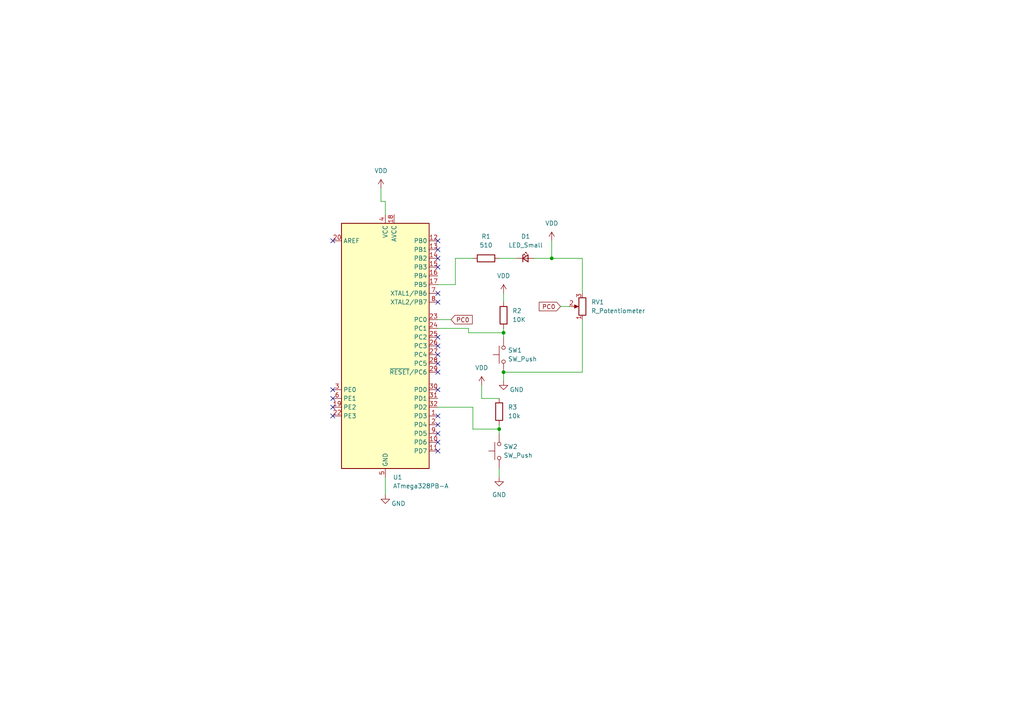
<source format=kicad_sch>
(kicad_sch (version 20230121) (generator eeschema)

  (uuid 452e1183-0b5d-48e8-b3d6-2a108b1703ea)

  (paper "A4")

  (lib_symbols
    (symbol "Device:LED_Small" (pin_numbers hide) (pin_names (offset 0.254) hide) (in_bom yes) (on_board yes)
      (property "Reference" "D" (at -1.27 3.175 0)
        (effects (font (size 1.27 1.27)) (justify left))
      )
      (property "Value" "LED_Small" (at -4.445 -2.54 0)
        (effects (font (size 1.27 1.27)) (justify left))
      )
      (property "Footprint" "" (at 0 0 90)
        (effects (font (size 1.27 1.27)) hide)
      )
      (property "Datasheet" "~" (at 0 0 90)
        (effects (font (size 1.27 1.27)) hide)
      )
      (property "ki_keywords" "LED diode light-emitting-diode" (at 0 0 0)
        (effects (font (size 1.27 1.27)) hide)
      )
      (property "ki_description" "Light emitting diode, small symbol" (at 0 0 0)
        (effects (font (size 1.27 1.27)) hide)
      )
      (property "ki_fp_filters" "LED* LED_SMD:* LED_THT:*" (at 0 0 0)
        (effects (font (size 1.27 1.27)) hide)
      )
      (symbol "LED_Small_0_1"
        (polyline
          (pts
            (xy -0.762 -1.016)
            (xy -0.762 1.016)
          )
          (stroke (width 0.254) (type default))
          (fill (type none))
        )
        (polyline
          (pts
            (xy 1.016 0)
            (xy -0.762 0)
          )
          (stroke (width 0) (type default))
          (fill (type none))
        )
        (polyline
          (pts
            (xy 0.762 -1.016)
            (xy -0.762 0)
            (xy 0.762 1.016)
            (xy 0.762 -1.016)
          )
          (stroke (width 0.254) (type default))
          (fill (type none))
        )
        (polyline
          (pts
            (xy 0 0.762)
            (xy -0.508 1.27)
            (xy -0.254 1.27)
            (xy -0.508 1.27)
            (xy -0.508 1.016)
          )
          (stroke (width 0) (type default))
          (fill (type none))
        )
        (polyline
          (pts
            (xy 0.508 1.27)
            (xy 0 1.778)
            (xy 0.254 1.778)
            (xy 0 1.778)
            (xy 0 1.524)
          )
          (stroke (width 0) (type default))
          (fill (type none))
        )
      )
      (symbol "LED_Small_1_1"
        (pin passive line (at -2.54 0 0) (length 1.778)
          (name "K" (effects (font (size 1.27 1.27))))
          (number "1" (effects (font (size 1.27 1.27))))
        )
        (pin passive line (at 2.54 0 180) (length 1.778)
          (name "A" (effects (font (size 1.27 1.27))))
          (number "2" (effects (font (size 1.27 1.27))))
        )
      )
    )
    (symbol "Device:R" (pin_numbers hide) (pin_names (offset 0)) (in_bom yes) (on_board yes)
      (property "Reference" "R" (at 2.032 0 90)
        (effects (font (size 1.27 1.27)))
      )
      (property "Value" "R" (at 0 0 90)
        (effects (font (size 1.27 1.27)))
      )
      (property "Footprint" "" (at -1.778 0 90)
        (effects (font (size 1.27 1.27)) hide)
      )
      (property "Datasheet" "~" (at 0 0 0)
        (effects (font (size 1.27 1.27)) hide)
      )
      (property "ki_keywords" "R res resistor" (at 0 0 0)
        (effects (font (size 1.27 1.27)) hide)
      )
      (property "ki_description" "Resistor" (at 0 0 0)
        (effects (font (size 1.27 1.27)) hide)
      )
      (property "ki_fp_filters" "R_*" (at 0 0 0)
        (effects (font (size 1.27 1.27)) hide)
      )
      (symbol "R_0_1"
        (rectangle (start -1.016 -2.54) (end 1.016 2.54)
          (stroke (width 0.254) (type default))
          (fill (type none))
        )
      )
      (symbol "R_1_1"
        (pin passive line (at 0 3.81 270) (length 1.27)
          (name "~" (effects (font (size 1.27 1.27))))
          (number "1" (effects (font (size 1.27 1.27))))
        )
        (pin passive line (at 0 -3.81 90) (length 1.27)
          (name "~" (effects (font (size 1.27 1.27))))
          (number "2" (effects (font (size 1.27 1.27))))
        )
      )
    )
    (symbol "Device:R_Potentiometer" (pin_names (offset 1.016) hide) (in_bom yes) (on_board yes)
      (property "Reference" "RV" (at -4.445 0 90)
        (effects (font (size 1.27 1.27)))
      )
      (property "Value" "R_Potentiometer" (at -2.54 0 90)
        (effects (font (size 1.27 1.27)))
      )
      (property "Footprint" "" (at 0 0 0)
        (effects (font (size 1.27 1.27)) hide)
      )
      (property "Datasheet" "~" (at 0 0 0)
        (effects (font (size 1.27 1.27)) hide)
      )
      (property "ki_keywords" "resistor variable" (at 0 0 0)
        (effects (font (size 1.27 1.27)) hide)
      )
      (property "ki_description" "Potentiometer" (at 0 0 0)
        (effects (font (size 1.27 1.27)) hide)
      )
      (property "ki_fp_filters" "Potentiometer*" (at 0 0 0)
        (effects (font (size 1.27 1.27)) hide)
      )
      (symbol "R_Potentiometer_0_1"
        (polyline
          (pts
            (xy 2.54 0)
            (xy 1.524 0)
          )
          (stroke (width 0) (type default))
          (fill (type none))
        )
        (polyline
          (pts
            (xy 1.143 0)
            (xy 2.286 0.508)
            (xy 2.286 -0.508)
            (xy 1.143 0)
          )
          (stroke (width 0) (type default))
          (fill (type outline))
        )
        (rectangle (start 1.016 2.54) (end -1.016 -2.54)
          (stroke (width 0.254) (type default))
          (fill (type none))
        )
      )
      (symbol "R_Potentiometer_1_1"
        (pin passive line (at 0 3.81 270) (length 1.27)
          (name "1" (effects (font (size 1.27 1.27))))
          (number "1" (effects (font (size 1.27 1.27))))
        )
        (pin passive line (at 3.81 0 180) (length 1.27)
          (name "2" (effects (font (size 1.27 1.27))))
          (number "2" (effects (font (size 1.27 1.27))))
        )
        (pin passive line (at 0 -3.81 90) (length 1.27)
          (name "3" (effects (font (size 1.27 1.27))))
          (number "3" (effects (font (size 1.27 1.27))))
        )
      )
    )
    (symbol "MCU_Microchip_ATmega:ATmega328PB-A" (in_bom yes) (on_board yes)
      (property "Reference" "U" (at -12.7 36.83 0)
        (effects (font (size 1.27 1.27)) (justify left bottom))
      )
      (property "Value" "ATmega328PB-A" (at 2.54 -36.83 0)
        (effects (font (size 1.27 1.27)) (justify left top))
      )
      (property "Footprint" "Package_QFP:TQFP-32_7x7mm_P0.8mm" (at 0 0 0)
        (effects (font (size 1.27 1.27) italic) hide)
      )
      (property "Datasheet" "http://ww1.microchip.com/downloads/en/DeviceDoc/40001906C.pdf" (at 0 0 0)
        (effects (font (size 1.27 1.27)) hide)
      )
      (property "ki_keywords" "AVR 8bit Microcontroller MegaAVR" (at 0 0 0)
        (effects (font (size 1.27 1.27)) hide)
      )
      (property "ki_description" "20MHz, 32kB Flash, 2kB SRAM, 1kB EEPROM, TQFP-32" (at 0 0 0)
        (effects (font (size 1.27 1.27)) hide)
      )
      (property "ki_fp_filters" "TQFP*7x7mm*P0.8mm*" (at 0 0 0)
        (effects (font (size 1.27 1.27)) hide)
      )
      (symbol "ATmega328PB-A_0_1"
        (rectangle (start -12.7 -35.56) (end 12.7 35.56)
          (stroke (width 0.254) (type default))
          (fill (type background))
        )
      )
      (symbol "ATmega328PB-A_1_1"
        (pin bidirectional line (at 15.24 -20.32 180) (length 2.54)
          (name "PD3" (effects (font (size 1.27 1.27))))
          (number "1" (effects (font (size 1.27 1.27))))
        )
        (pin bidirectional line (at 15.24 -27.94 180) (length 2.54)
          (name "PD6" (effects (font (size 1.27 1.27))))
          (number "10" (effects (font (size 1.27 1.27))))
        )
        (pin bidirectional line (at 15.24 -30.48 180) (length 2.54)
          (name "PD7" (effects (font (size 1.27 1.27))))
          (number "11" (effects (font (size 1.27 1.27))))
        )
        (pin bidirectional line (at 15.24 30.48 180) (length 2.54)
          (name "PB0" (effects (font (size 1.27 1.27))))
          (number "12" (effects (font (size 1.27 1.27))))
        )
        (pin bidirectional line (at 15.24 27.94 180) (length 2.54)
          (name "PB1" (effects (font (size 1.27 1.27))))
          (number "13" (effects (font (size 1.27 1.27))))
        )
        (pin bidirectional line (at 15.24 25.4 180) (length 2.54)
          (name "PB2" (effects (font (size 1.27 1.27))))
          (number "14" (effects (font (size 1.27 1.27))))
        )
        (pin bidirectional line (at 15.24 22.86 180) (length 2.54)
          (name "PB3" (effects (font (size 1.27 1.27))))
          (number "15" (effects (font (size 1.27 1.27))))
        )
        (pin bidirectional line (at 15.24 20.32 180) (length 2.54)
          (name "PB4" (effects (font (size 1.27 1.27))))
          (number "16" (effects (font (size 1.27 1.27))))
        )
        (pin bidirectional line (at 15.24 17.78 180) (length 2.54)
          (name "PB5" (effects (font (size 1.27 1.27))))
          (number "17" (effects (font (size 1.27 1.27))))
        )
        (pin power_in line (at 2.54 38.1 270) (length 2.54)
          (name "AVCC" (effects (font (size 1.27 1.27))))
          (number "18" (effects (font (size 1.27 1.27))))
        )
        (pin bidirectional line (at -15.24 -17.78 0) (length 2.54)
          (name "PE2" (effects (font (size 1.27 1.27))))
          (number "19" (effects (font (size 1.27 1.27))))
        )
        (pin bidirectional line (at 15.24 -22.86 180) (length 2.54)
          (name "PD4" (effects (font (size 1.27 1.27))))
          (number "2" (effects (font (size 1.27 1.27))))
        )
        (pin passive line (at -15.24 30.48 0) (length 2.54)
          (name "AREF" (effects (font (size 1.27 1.27))))
          (number "20" (effects (font (size 1.27 1.27))))
        )
        (pin passive line (at 0 -38.1 90) (length 2.54) hide
          (name "GND" (effects (font (size 1.27 1.27))))
          (number "21" (effects (font (size 1.27 1.27))))
        )
        (pin bidirectional line (at -15.24 -20.32 0) (length 2.54)
          (name "PE3" (effects (font (size 1.27 1.27))))
          (number "22" (effects (font (size 1.27 1.27))))
        )
        (pin bidirectional line (at 15.24 7.62 180) (length 2.54)
          (name "PC0" (effects (font (size 1.27 1.27))))
          (number "23" (effects (font (size 1.27 1.27))))
        )
        (pin bidirectional line (at 15.24 5.08 180) (length 2.54)
          (name "PC1" (effects (font (size 1.27 1.27))))
          (number "24" (effects (font (size 1.27 1.27))))
        )
        (pin bidirectional line (at 15.24 2.54 180) (length 2.54)
          (name "PC2" (effects (font (size 1.27 1.27))))
          (number "25" (effects (font (size 1.27 1.27))))
        )
        (pin bidirectional line (at 15.24 0 180) (length 2.54)
          (name "PC3" (effects (font (size 1.27 1.27))))
          (number "26" (effects (font (size 1.27 1.27))))
        )
        (pin bidirectional line (at 15.24 -2.54 180) (length 2.54)
          (name "PC4" (effects (font (size 1.27 1.27))))
          (number "27" (effects (font (size 1.27 1.27))))
        )
        (pin bidirectional line (at 15.24 -5.08 180) (length 2.54)
          (name "PC5" (effects (font (size 1.27 1.27))))
          (number "28" (effects (font (size 1.27 1.27))))
        )
        (pin bidirectional line (at 15.24 -7.62 180) (length 2.54)
          (name "~{RESET}/PC6" (effects (font (size 1.27 1.27))))
          (number "29" (effects (font (size 1.27 1.27))))
        )
        (pin bidirectional line (at -15.24 -12.7 0) (length 2.54)
          (name "PE0" (effects (font (size 1.27 1.27))))
          (number "3" (effects (font (size 1.27 1.27))))
        )
        (pin bidirectional line (at 15.24 -12.7 180) (length 2.54)
          (name "PD0" (effects (font (size 1.27 1.27))))
          (number "30" (effects (font (size 1.27 1.27))))
        )
        (pin bidirectional line (at 15.24 -15.24 180) (length 2.54)
          (name "PD1" (effects (font (size 1.27 1.27))))
          (number "31" (effects (font (size 1.27 1.27))))
        )
        (pin bidirectional line (at 15.24 -17.78 180) (length 2.54)
          (name "PD2" (effects (font (size 1.27 1.27))))
          (number "32" (effects (font (size 1.27 1.27))))
        )
        (pin power_in line (at 0 38.1 270) (length 2.54)
          (name "VCC" (effects (font (size 1.27 1.27))))
          (number "4" (effects (font (size 1.27 1.27))))
        )
        (pin power_in line (at 0 -38.1 90) (length 2.54)
          (name "GND" (effects (font (size 1.27 1.27))))
          (number "5" (effects (font (size 1.27 1.27))))
        )
        (pin bidirectional line (at -15.24 -15.24 0) (length 2.54)
          (name "PE1" (effects (font (size 1.27 1.27))))
          (number "6" (effects (font (size 1.27 1.27))))
        )
        (pin bidirectional line (at 15.24 15.24 180) (length 2.54)
          (name "XTAL1/PB6" (effects (font (size 1.27 1.27))))
          (number "7" (effects (font (size 1.27 1.27))))
        )
        (pin bidirectional line (at 15.24 12.7 180) (length 2.54)
          (name "XTAL2/PB7" (effects (font (size 1.27 1.27))))
          (number "8" (effects (font (size 1.27 1.27))))
        )
        (pin bidirectional line (at 15.24 -25.4 180) (length 2.54)
          (name "PD5" (effects (font (size 1.27 1.27))))
          (number "9" (effects (font (size 1.27 1.27))))
        )
      )
    )
    (symbol "Switch:SW_Push" (pin_numbers hide) (pin_names (offset 1.016) hide) (in_bom yes) (on_board yes)
      (property "Reference" "SW" (at 1.27 2.54 0)
        (effects (font (size 1.27 1.27)) (justify left))
      )
      (property "Value" "SW_Push" (at 0 -1.524 0)
        (effects (font (size 1.27 1.27)))
      )
      (property "Footprint" "" (at 0 5.08 0)
        (effects (font (size 1.27 1.27)) hide)
      )
      (property "Datasheet" "~" (at 0 5.08 0)
        (effects (font (size 1.27 1.27)) hide)
      )
      (property "ki_keywords" "switch normally-open pushbutton push-button" (at 0 0 0)
        (effects (font (size 1.27 1.27)) hide)
      )
      (property "ki_description" "Push button switch, generic, two pins" (at 0 0 0)
        (effects (font (size 1.27 1.27)) hide)
      )
      (symbol "SW_Push_0_1"
        (circle (center -2.032 0) (radius 0.508)
          (stroke (width 0) (type default))
          (fill (type none))
        )
        (polyline
          (pts
            (xy 0 1.27)
            (xy 0 3.048)
          )
          (stroke (width 0) (type default))
          (fill (type none))
        )
        (polyline
          (pts
            (xy 2.54 1.27)
            (xy -2.54 1.27)
          )
          (stroke (width 0) (type default))
          (fill (type none))
        )
        (circle (center 2.032 0) (radius 0.508)
          (stroke (width 0) (type default))
          (fill (type none))
        )
        (pin passive line (at -5.08 0 0) (length 2.54)
          (name "1" (effects (font (size 1.27 1.27))))
          (number "1" (effects (font (size 1.27 1.27))))
        )
        (pin passive line (at 5.08 0 180) (length 2.54)
          (name "2" (effects (font (size 1.27 1.27))))
          (number "2" (effects (font (size 1.27 1.27))))
        )
      )
    )
    (symbol "power:GND" (power) (pin_names (offset 0)) (in_bom yes) (on_board yes)
      (property "Reference" "#PWR" (at 0 -6.35 0)
        (effects (font (size 1.27 1.27)) hide)
      )
      (property "Value" "GND" (at 0 -3.81 0)
        (effects (font (size 1.27 1.27)))
      )
      (property "Footprint" "" (at 0 0 0)
        (effects (font (size 1.27 1.27)) hide)
      )
      (property "Datasheet" "" (at 0 0 0)
        (effects (font (size 1.27 1.27)) hide)
      )
      (property "ki_keywords" "global power" (at 0 0 0)
        (effects (font (size 1.27 1.27)) hide)
      )
      (property "ki_description" "Power symbol creates a global label with name \"GND\" , ground" (at 0 0 0)
        (effects (font (size 1.27 1.27)) hide)
      )
      (symbol "GND_0_1"
        (polyline
          (pts
            (xy 0 0)
            (xy 0 -1.27)
            (xy 1.27 -1.27)
            (xy 0 -2.54)
            (xy -1.27 -1.27)
            (xy 0 -1.27)
          )
          (stroke (width 0) (type default))
          (fill (type none))
        )
      )
      (symbol "GND_1_1"
        (pin power_in line (at 0 0 270) (length 0) hide
          (name "GND" (effects (font (size 1.27 1.27))))
          (number "1" (effects (font (size 1.27 1.27))))
        )
      )
    )
    (symbol "power:VDD" (power) (pin_names (offset 0)) (in_bom yes) (on_board yes)
      (property "Reference" "#PWR" (at 0 -3.81 0)
        (effects (font (size 1.27 1.27)) hide)
      )
      (property "Value" "VDD" (at 0 3.81 0)
        (effects (font (size 1.27 1.27)))
      )
      (property "Footprint" "" (at 0 0 0)
        (effects (font (size 1.27 1.27)) hide)
      )
      (property "Datasheet" "" (at 0 0 0)
        (effects (font (size 1.27 1.27)) hide)
      )
      (property "ki_keywords" "global power" (at 0 0 0)
        (effects (font (size 1.27 1.27)) hide)
      )
      (property "ki_description" "Power symbol creates a global label with name \"VDD\"" (at 0 0 0)
        (effects (font (size 1.27 1.27)) hide)
      )
      (symbol "VDD_0_1"
        (polyline
          (pts
            (xy -0.762 1.27)
            (xy 0 2.54)
          )
          (stroke (width 0) (type default))
          (fill (type none))
        )
        (polyline
          (pts
            (xy 0 0)
            (xy 0 2.54)
          )
          (stroke (width 0) (type default))
          (fill (type none))
        )
        (polyline
          (pts
            (xy 0 2.54)
            (xy 0.762 1.27)
          )
          (stroke (width 0) (type default))
          (fill (type none))
        )
      )
      (symbol "VDD_1_1"
        (pin power_in line (at 0 0 90) (length 0) hide
          (name "VDD" (effects (font (size 1.27 1.27))))
          (number "1" (effects (font (size 1.27 1.27))))
        )
      )
    )
  )

  (junction (at 146.05 107.95) (diameter 0) (color 0 0 0 0)
    (uuid 7edf8fc7-5115-4e60-9dc4-3d109eedeb92)
  )
  (junction (at 160.02 74.93) (diameter 0) (color 0 0 0 0)
    (uuid c53e4fd0-e6e3-4e8e-ad8a-7c26a088d806)
  )
  (junction (at 144.78 124.46) (diameter 0) (color 0 0 0 0)
    (uuid e3762919-6cf5-4282-b062-47064cbf5b6f)
  )
  (junction (at 146.05 96.52) (diameter 0) (color 0 0 0 0)
    (uuid ffd2e0ca-fa8b-4348-8556-2ecf7be84600)
  )

  (no_connect (at 96.52 69.85) (uuid 00efca00-6f68-4199-861a-160cd99e2cd6))
  (no_connect (at 127 87.63) (uuid 03a71a6c-8a87-474c-b8a4-ab6495f4a8c3))
  (no_connect (at 127 120.65) (uuid 0ce6dff0-2df3-4118-9898-156c811151ea))
  (no_connect (at 127 102.87) (uuid 0e4fbe4e-758f-49b8-8af8-a8a02108553a))
  (no_connect (at 127 105.41) (uuid 109008ee-e3af-4f98-b8fb-c6247454762c))
  (no_connect (at 127 125.73) (uuid 16131398-aa30-459e-b342-4d35d96cf81d))
  (no_connect (at 127 85.09) (uuid 47a83a53-86b8-45a4-8423-f2247b900746))
  (no_connect (at 127 107.95) (uuid 4e132667-2802-48fa-b9da-50685b86bbdf))
  (no_connect (at 127 74.93) (uuid 4e3a8d1b-9f1d-432e-917c-5277ff6a71a2))
  (no_connect (at 127 123.19) (uuid 608549de-1e09-48ed-8f50-1fb5cab5b65f))
  (no_connect (at 127 77.47) (uuid 615b3a87-d8fb-4e5b-8d03-a325e17bf86f))
  (no_connect (at 127 113.03) (uuid 7eca6f5b-561e-4d85-9176-95bcfde5c14b))
  (no_connect (at 96.52 113.03) (uuid 8bdf4e94-215c-4d72-a68b-522a946a9fa4))
  (no_connect (at 127 130.81) (uuid 90601db7-083c-4249-98da-ac6d795da418))
  (no_connect (at 127 128.27) (uuid a824e7db-fe0f-430f-b800-24530aa71469))
  (no_connect (at 96.52 120.65) (uuid c7770f16-ad84-463e-8e28-5b18629c062b))
  (no_connect (at 127 72.39) (uuid c8d1bf4d-5f2b-4b0a-a538-f0054cd85aa0))
  (no_connect (at 127 100.33) (uuid ce6c16ac-bcac-4331-9666-2edc94693c6d))
  (no_connect (at 127 97.79) (uuid ceff31b1-6a65-4064-a63b-84d5524013d1))
  (no_connect (at 96.52 115.57) (uuid d3527635-2ebe-4fb4-800c-b30f153794a1))
  (no_connect (at 127 69.85) (uuid fb0946db-a6a3-4eb4-be28-61cf43ecd055))
  (no_connect (at 96.52 118.11) (uuid fcbefd87-71b2-4d26-b4c1-1fcff002d1f2))

  (wire (pts (xy 127 118.11) (xy 137.16 118.11))
    (stroke (width 0) (type default))
    (uuid 0f09c796-b457-41d6-a8a2-7480991a3beb)
  )
  (wire (pts (xy 154.94 74.93) (xy 160.02 74.93))
    (stroke (width 0) (type default))
    (uuid 25f25d6a-abf9-4488-9f79-aaf4e385178c)
  )
  (wire (pts (xy 168.91 92.71) (xy 168.91 107.95))
    (stroke (width 0) (type default))
    (uuid 26858dd1-3179-4c74-98dc-ddc2fdfd4178)
  )
  (wire (pts (xy 146.05 96.52) (xy 146.05 97.79))
    (stroke (width 0) (type default))
    (uuid 2d48b31d-69b9-4713-b360-62f19be2af34)
  )
  (wire (pts (xy 146.05 85.09) (xy 146.05 87.63))
    (stroke (width 0) (type default))
    (uuid 47f824ef-ab5c-480d-9d39-e4507942c450)
  )
  (wire (pts (xy 144.78 74.93) (xy 149.86 74.93))
    (stroke (width 0) (type default))
    (uuid 5180ba60-1897-4dfe-9e51-4019fba315e3)
  )
  (wire (pts (xy 168.91 107.95) (xy 146.05 107.95))
    (stroke (width 0) (type default))
    (uuid 676b019f-4ee0-43ff-8b95-3eab469b080d)
  )
  (wire (pts (xy 137.16 124.46) (xy 144.78 124.46))
    (stroke (width 0) (type default))
    (uuid 6dbc224b-e517-4455-805a-d41cddf93591)
  )
  (wire (pts (xy 127 82.55) (xy 132.08 82.55))
    (stroke (width 0) (type default))
    (uuid 7001094a-4382-433e-b653-e674f58b05f7)
  )
  (wire (pts (xy 135.89 96.52) (xy 146.05 96.52))
    (stroke (width 0) (type default))
    (uuid 7a7219f7-55b5-4801-8e18-4dc531363c5d)
  )
  (wire (pts (xy 132.08 74.93) (xy 137.16 74.93))
    (stroke (width 0) (type default))
    (uuid 894515b7-da7f-4df4-9b67-bb8ed8979393)
  )
  (wire (pts (xy 137.16 118.11) (xy 137.16 124.46))
    (stroke (width 0) (type default))
    (uuid 93c244b8-d61c-4e7f-bad0-aa88fea8f6e8)
  )
  (wire (pts (xy 110.49 58.42) (xy 111.76 58.42))
    (stroke (width 0) (type default))
    (uuid 97644c78-02ed-4852-93eb-89989f65802d)
  )
  (wire (pts (xy 160.02 74.93) (xy 160.02 69.85))
    (stroke (width 0) (type default))
    (uuid 9b9fe56b-cf20-4964-a71f-07a3e40ff548)
  )
  (wire (pts (xy 111.76 58.42) (xy 111.76 62.23))
    (stroke (width 0) (type default))
    (uuid a0b327a6-200a-4000-b3b1-9898c65bde99)
  )
  (wire (pts (xy 144.78 123.19) (xy 144.78 124.46))
    (stroke (width 0) (type default))
    (uuid a2346cc7-5225-4be9-a54f-3536237950a8)
  )
  (wire (pts (xy 127 95.25) (xy 135.89 95.25))
    (stroke (width 0) (type default))
    (uuid b19395e8-6756-4de9-bd73-f9cd31dc3875)
  )
  (wire (pts (xy 110.49 54.61) (xy 110.49 58.42))
    (stroke (width 0) (type default))
    (uuid b268e360-e2ac-48db-aa57-0eefb2bfc019)
  )
  (wire (pts (xy 162.56 88.9) (xy 165.1 88.9))
    (stroke (width 0) (type default))
    (uuid b4b0fe9f-1bfa-472d-a23e-9c93659e20c8)
  )
  (wire (pts (xy 135.89 95.25) (xy 135.89 96.52))
    (stroke (width 0) (type default))
    (uuid b593e314-b214-4a0f-8cf3-bd083cd4876a)
  )
  (wire (pts (xy 146.05 107.95) (xy 146.05 110.49))
    (stroke (width 0) (type default))
    (uuid b5e96f63-af55-40c6-a077-b935d634e004)
  )
  (wire (pts (xy 146.05 95.25) (xy 146.05 96.52))
    (stroke (width 0) (type default))
    (uuid b5eddb82-23cf-4b33-a207-a00cf4953796)
  )
  (wire (pts (xy 111.76 138.43) (xy 111.76 143.51))
    (stroke (width 0) (type default))
    (uuid c093c0a7-61b2-4542-a7da-ea06f789a5c8)
  )
  (wire (pts (xy 127 92.71) (xy 130.81 92.71))
    (stroke (width 0) (type default))
    (uuid d2ff6271-65a0-4b9b-86d3-3180ad7e9655)
  )
  (wire (pts (xy 144.78 124.46) (xy 144.78 125.73))
    (stroke (width 0) (type default))
    (uuid d33d7273-d212-4b52-9e09-1e3d0008806f)
  )
  (wire (pts (xy 160.02 74.93) (xy 168.91 74.93))
    (stroke (width 0) (type default))
    (uuid e0ae0b27-67c9-48f1-8142-b610da93d324)
  )
  (wire (pts (xy 139.7 115.57) (xy 144.78 115.57))
    (stroke (width 0) (type default))
    (uuid e7ad44ae-4766-4a5a-837f-c78ff0adaf09)
  )
  (wire (pts (xy 168.91 74.93) (xy 168.91 85.09))
    (stroke (width 0) (type default))
    (uuid ee9da2a8-5522-43e4-854a-b1977c170cf6)
  )
  (wire (pts (xy 132.08 82.55) (xy 132.08 74.93))
    (stroke (width 0) (type default))
    (uuid ef7704b0-da15-4ebb-9204-3e448fb9fe9b)
  )
  (wire (pts (xy 139.7 111.76) (xy 139.7 115.57))
    (stroke (width 0) (type default))
    (uuid f94c3568-07e3-4972-9823-fdc01fcfedf0)
  )
  (wire (pts (xy 144.78 135.89) (xy 144.78 138.43))
    (stroke (width 0) (type default))
    (uuid fdf654ab-3829-4757-9ea1-9e4327f208ae)
  )

  (global_label "PC0" (shape input) (at 162.56 88.9 180) (fields_autoplaced)
    (effects (font (size 1.27 1.27)) (justify right))
    (uuid 04bf9f68-af82-4e85-9127-02bc29fdccc9)
    (property "Intersheetrefs" "${INTERSHEET_REFS}" (at 155.8253 88.9 0)
      (effects (font (size 1.27 1.27)) (justify right) hide)
    )
  )
  (global_label "PC0" (shape input) (at 130.81 92.71 0) (fields_autoplaced)
    (effects (font (size 1.27 1.27)) (justify left))
    (uuid a48b4b57-235c-43ad-9d7d-4d12f5da2f93)
    (property "Intersheetrefs" "${INTERSHEET_REFS}" (at 137.5447 92.71 0)
      (effects (font (size 1.27 1.27)) (justify left) hide)
    )
  )

  (symbol (lib_id "Device:R") (at 146.05 91.44 180) (unit 1)
    (in_bom yes) (on_board yes) (dnp no) (fields_autoplaced)
    (uuid 03b5afb4-44da-42b5-b77b-53814fd78cf5)
    (property "Reference" "R2" (at 148.59 90.17 0)
      (effects (font (size 1.27 1.27)) (justify right))
    )
    (property "Value" "10K" (at 148.59 92.71 0)
      (effects (font (size 1.27 1.27)) (justify right))
    )
    (property "Footprint" "Resistor_THT:R_Axial_DIN0414_L11.9mm_D4.5mm_P15.24mm_Horizontal" (at 147.828 91.44 90)
      (effects (font (size 1.27 1.27)) hide)
    )
    (property "Datasheet" "~" (at 146.05 91.44 0)
      (effects (font (size 1.27 1.27)) hide)
    )
    (pin "1" (uuid 412704b8-81d3-446d-8f40-f682a373e61c))
    (pin "2" (uuid ba51a1b3-18fa-4669-bc5a-a28a67962bc6))
    (instances
      (project "CpE301_ClassDemo_25"
        (path "/452e1183-0b5d-48e8-b3d6-2a108b1703ea"
          (reference "R2") (unit 1)
        )
      )
    )
  )

  (symbol (lib_id "Switch:SW_Push") (at 144.78 130.81 90) (unit 1)
    (in_bom yes) (on_board yes) (dnp no) (fields_autoplaced)
    (uuid 18c2f828-1744-4498-9cdf-d375a866110a)
    (property "Reference" "SW2" (at 146.05 129.54 90)
      (effects (font (size 1.27 1.27)) (justify right))
    )
    (property "Value" "SW_Push" (at 146.05 132.08 90)
      (effects (font (size 1.27 1.27)) (justify right))
    )
    (property "Footprint" "" (at 139.7 130.81 0)
      (effects (font (size 1.27 1.27)) hide)
    )
    (property "Datasheet" "~" (at 139.7 130.81 0)
      (effects (font (size 1.27 1.27)) hide)
    )
    (pin "1" (uuid 1044ad4e-7525-42ac-b52e-85608082180f))
    (pin "2" (uuid e46694cb-88b7-49d5-b749-11ba05d7ae3a))
    (instances
      (project "CpE301_ClassDemo_25"
        (path "/452e1183-0b5d-48e8-b3d6-2a108b1703ea"
          (reference "SW2") (unit 1)
        )
      )
    )
  )

  (symbol (lib_id "Switch:SW_Push") (at 146.05 102.87 90) (unit 1)
    (in_bom yes) (on_board yes) (dnp no) (fields_autoplaced)
    (uuid 713a561b-4c5b-4ccb-ac6c-b8239f20568c)
    (property "Reference" "SW1" (at 147.32 101.6 90)
      (effects (font (size 1.27 1.27)) (justify right))
    )
    (property "Value" "SW_Push" (at 147.32 104.14 90)
      (effects (font (size 1.27 1.27)) (justify right))
    )
    (property "Footprint" "" (at 140.97 102.87 0)
      (effects (font (size 1.27 1.27)) hide)
    )
    (property "Datasheet" "~" (at 140.97 102.87 0)
      (effects (font (size 1.27 1.27)) hide)
    )
    (pin "1" (uuid 1044ad4e-7525-42ac-b52e-856080821810))
    (pin "2" (uuid e46694cb-88b7-49d5-b749-11ba05d7ae3b))
    (instances
      (project "CpE301_ClassDemo_25"
        (path "/452e1183-0b5d-48e8-b3d6-2a108b1703ea"
          (reference "SW1") (unit 1)
        )
      )
    )
  )

  (symbol (lib_id "power:VDD") (at 160.02 69.85 0) (unit 1)
    (in_bom yes) (on_board yes) (dnp no) (fields_autoplaced)
    (uuid 8e2f6b6b-9f0c-490b-adfb-09332a00a96c)
    (property "Reference" "#PWR03" (at 160.02 73.66 0)
      (effects (font (size 1.27 1.27)) hide)
    )
    (property "Value" "VDD" (at 160.02 64.77 0)
      (effects (font (size 1.27 1.27)))
    )
    (property "Footprint" "" (at 160.02 69.85 0)
      (effects (font (size 1.27 1.27)) hide)
    )
    (property "Datasheet" "" (at 160.02 69.85 0)
      (effects (font (size 1.27 1.27)) hide)
    )
    (pin "1" (uuid e05bb758-e834-4d6f-a3a5-ce9703b66177))
    (instances
      (project "CpE301_ClassDemo_25"
        (path "/452e1183-0b5d-48e8-b3d6-2a108b1703ea"
          (reference "#PWR03") (unit 1)
        )
      )
    )
  )

  (symbol (lib_id "MCU_Microchip_ATmega:ATmega328PB-A") (at 111.76 100.33 0) (unit 1)
    (in_bom yes) (on_board yes) (dnp no) (fields_autoplaced)
    (uuid 97901618-be73-49fa-98c8-b1d10eafd39f)
    (property "Reference" "U1" (at 113.9541 138.43 0)
      (effects (font (size 1.27 1.27)) (justify left))
    )
    (property "Value" "ATmega328PB-A" (at 113.9541 140.97 0)
      (effects (font (size 1.27 1.27)) (justify left))
    )
    (property "Footprint" "Package_QFP:TQFP-32_7x7mm_P0.8mm" (at 111.76 100.33 0)
      (effects (font (size 1.27 1.27) italic) hide)
    )
    (property "Datasheet" "http://ww1.microchip.com/downloads/en/DeviceDoc/40001906C.pdf" (at 111.76 100.33 0)
      (effects (font (size 1.27 1.27)) hide)
    )
    (pin "18" (uuid b15bd730-1e07-4fff-84df-b8b8e60751d1))
    (pin "5" (uuid cc799f98-c195-4eb8-88fb-c5c8cc3760ba))
    (pin "22" (uuid bbcf482a-20cf-4a95-b9d5-14ceb0542b7f))
    (pin "23" (uuid 684596ad-ca90-4411-9466-5f7d5845386a))
    (pin "13" (uuid 3af6f48f-6187-4a05-af2f-4ef6176bbeef))
    (pin "31" (uuid 7dc146ae-bb2c-4e54-bdda-5777465618eb))
    (pin "9" (uuid b36e2385-4398-4139-aa54-ace37bd9e9c2))
    (pin "21" (uuid b7aa0073-89c0-4f53-aaa8-76ab2868a7c3))
    (pin "15" (uuid 97ae819e-33a3-4e0c-ac7b-ed49609fc9a3))
    (pin "17" (uuid a1957051-8c65-4534-b984-3faf1c22b45f))
    (pin "10" (uuid 39f67da1-98f0-4fe3-9f3f-28f36c08fa5d))
    (pin "2" (uuid eec876ec-ffd3-48e0-91d1-40d8be181ec0))
    (pin "4" (uuid 200a7b5c-f10f-4115-b437-bdc42ab7c61f))
    (pin "12" (uuid bb1a8a08-d721-4711-b9a4-c97f9815c4c8))
    (pin "25" (uuid 2fea90ce-cee4-426c-8dc7-503fba44a4a2))
    (pin "28" (uuid da296102-6278-4c68-82d8-79cc6e03095f))
    (pin "19" (uuid f599fbbd-d41b-444a-9d9c-61ee445225df))
    (pin "6" (uuid 0f51f840-2afd-4bd8-88ee-564590bb9415))
    (pin "27" (uuid efd15a26-24ea-4c6f-a45e-62525881645b))
    (pin "32" (uuid af519625-742e-4ca6-9fc1-c01dde16de1e))
    (pin "29" (uuid ebf01bed-0367-4546-a5f1-5737333b2e24))
    (pin "7" (uuid 5427e7e6-37cb-46e4-a8a4-982f4c1db704))
    (pin "20" (uuid 9202626c-b9e9-4a88-a53e-85c4396a951a))
    (pin "3" (uuid bef8e6e4-46bc-486b-ba76-c5b6a5491d95))
    (pin "26" (uuid 220d9ab5-b5ca-4538-bb02-60211e4d8925))
    (pin "14" (uuid be2e4a53-2e46-463e-803e-f0c91a2dff01))
    (pin "30" (uuid 7c7ddd51-859f-4a6d-a5cc-f4844bb03e37))
    (pin "11" (uuid 9824151e-9fc0-4fab-8b82-438a41260731))
    (pin "1" (uuid 02d81af9-7b81-410e-9a13-56f424cb354d))
    (pin "16" (uuid 1fed74cd-a17b-4581-8fac-612981ca7708))
    (pin "8" (uuid d42d5c29-23b9-403f-b59f-9eca4a8f520b))
    (pin "24" (uuid e7d2fece-74a2-441d-8004-43667d5b6649))
    (instances
      (project "CpE301_ClassDemo_25"
        (path "/452e1183-0b5d-48e8-b3d6-2a108b1703ea"
          (reference "U1") (unit 1)
        )
      )
    )
  )

  (symbol (lib_id "power:GND") (at 146.05 110.49 0) (unit 1)
    (in_bom yes) (on_board yes) (dnp no)
    (uuid 99a4a20b-2f64-4f3d-8465-48a1dd4aaf93)
    (property "Reference" "#PWR06" (at 146.05 116.84 0)
      (effects (font (size 1.27 1.27)) hide)
    )
    (property "Value" "GND" (at 149.86 113.03 0)
      (effects (font (size 1.27 1.27)))
    )
    (property "Footprint" "" (at 146.05 110.49 0)
      (effects (font (size 1.27 1.27)) hide)
    )
    (property "Datasheet" "" (at 146.05 110.49 0)
      (effects (font (size 1.27 1.27)) hide)
    )
    (pin "1" (uuid d1abd892-73aa-4286-83f2-164b71ecfd81))
    (instances
      (project "CpE301_ClassDemo_25"
        (path "/452e1183-0b5d-48e8-b3d6-2a108b1703ea"
          (reference "#PWR06") (unit 1)
        )
      )
    )
  )

  (symbol (lib_id "Device:R_Potentiometer") (at 168.91 88.9 180) (unit 1)
    (in_bom yes) (on_board yes) (dnp no) (fields_autoplaced)
    (uuid 9d30e275-d26e-4a1f-b4a4-44889d7e1999)
    (property "Reference" "RV1" (at 171.45 87.63 0)
      (effects (font (size 1.27 1.27)) (justify right))
    )
    (property "Value" "R_Potentiometer" (at 171.45 90.17 0)
      (effects (font (size 1.27 1.27)) (justify right))
    )
    (property "Footprint" "" (at 168.91 88.9 0)
      (effects (font (size 1.27 1.27)) hide)
    )
    (property "Datasheet" "~" (at 168.91 88.9 0)
      (effects (font (size 1.27 1.27)) hide)
    )
    (pin "3" (uuid 296c82c6-3d73-46c7-9d85-50e36071e035))
    (pin "1" (uuid 78546464-4736-45a1-938d-9e18c9df1048))
    (pin "2" (uuid c2d6a5cc-da8c-4e57-8518-a70e84e4ab75))
    (instances
      (project "CpE301_ClassDemo_25"
        (path "/452e1183-0b5d-48e8-b3d6-2a108b1703ea"
          (reference "RV1") (unit 1)
        )
      )
    )
  )

  (symbol (lib_id "power:VDD") (at 139.7 111.76 0) (unit 1)
    (in_bom yes) (on_board yes) (dnp no) (fields_autoplaced)
    (uuid a0fdcac1-b325-4481-a4ef-ea98f4d4ddf8)
    (property "Reference" "#PWR04" (at 139.7 115.57 0)
      (effects (font (size 1.27 1.27)) hide)
    )
    (property "Value" "VDD" (at 139.7 106.68 0)
      (effects (font (size 1.27 1.27)))
    )
    (property "Footprint" "" (at 139.7 111.76 0)
      (effects (font (size 1.27 1.27)) hide)
    )
    (property "Datasheet" "" (at 139.7 111.76 0)
      (effects (font (size 1.27 1.27)) hide)
    )
    (pin "1" (uuid e05bb758-e834-4d6f-a3a5-ce9703b66178))
    (instances
      (project "CpE301_ClassDemo_25"
        (path "/452e1183-0b5d-48e8-b3d6-2a108b1703ea"
          (reference "#PWR04") (unit 1)
        )
      )
    )
  )

  (symbol (lib_id "Device:R") (at 144.78 119.38 180) (unit 1)
    (in_bom yes) (on_board yes) (dnp no) (fields_autoplaced)
    (uuid a953acf9-207f-4642-89d0-23eccc070a2d)
    (property "Reference" "R3" (at 147.32 118.11 0)
      (effects (font (size 1.27 1.27)) (justify right))
    )
    (property "Value" "10k" (at 147.32 120.65 0)
      (effects (font (size 1.27 1.27)) (justify right))
    )
    (property "Footprint" "Resistor_THT:R_Axial_DIN0414_L11.9mm_D4.5mm_P15.24mm_Horizontal" (at 146.558 119.38 90)
      (effects (font (size 1.27 1.27)) hide)
    )
    (property "Datasheet" "~" (at 144.78 119.38 0)
      (effects (font (size 1.27 1.27)) hide)
    )
    (pin "1" (uuid 412704b8-81d3-446d-8f40-f682a373e61d))
    (pin "2" (uuid ba51a1b3-18fa-4669-bc5a-a28a67962bc7))
    (instances
      (project "CpE301_ClassDemo_25"
        (path "/452e1183-0b5d-48e8-b3d6-2a108b1703ea"
          (reference "R3") (unit 1)
        )
      )
    )
  )

  (symbol (lib_id "power:VDD") (at 146.05 85.09 0) (unit 1)
    (in_bom yes) (on_board yes) (dnp no) (fields_autoplaced)
    (uuid ac3cef45-747b-4977-beeb-19b573f044ae)
    (property "Reference" "#PWR02" (at 146.05 88.9 0)
      (effects (font (size 1.27 1.27)) hide)
    )
    (property "Value" "VDD" (at 146.05 80.01 0)
      (effects (font (size 1.27 1.27)))
    )
    (property "Footprint" "" (at 146.05 85.09 0)
      (effects (font (size 1.27 1.27)) hide)
    )
    (property "Datasheet" "" (at 146.05 85.09 0)
      (effects (font (size 1.27 1.27)) hide)
    )
    (pin "1" (uuid e05bb758-e834-4d6f-a3a5-ce9703b66179))
    (instances
      (project "CpE301_ClassDemo_25"
        (path "/452e1183-0b5d-48e8-b3d6-2a108b1703ea"
          (reference "#PWR02") (unit 1)
        )
      )
    )
  )

  (symbol (lib_id "power:VDD") (at 110.49 54.61 0) (unit 1)
    (in_bom yes) (on_board yes) (dnp no) (fields_autoplaced)
    (uuid b9b9cb2b-05b1-404e-9691-e7fd72fb9942)
    (property "Reference" "#PWR01" (at 110.49 58.42 0)
      (effects (font (size 1.27 1.27)) hide)
    )
    (property "Value" "VDD" (at 110.49 49.53 0)
      (effects (font (size 1.27 1.27)))
    )
    (property "Footprint" "" (at 110.49 54.61 0)
      (effects (font (size 1.27 1.27)) hide)
    )
    (property "Datasheet" "" (at 110.49 54.61 0)
      (effects (font (size 1.27 1.27)) hide)
    )
    (pin "1" (uuid e05bb758-e834-4d6f-a3a5-ce9703b6617a))
    (instances
      (project "CpE301_ClassDemo_25"
        (path "/452e1183-0b5d-48e8-b3d6-2a108b1703ea"
          (reference "#PWR01") (unit 1)
        )
      )
    )
  )

  (symbol (lib_id "power:GND") (at 144.78 138.43 0) (unit 1)
    (in_bom yes) (on_board yes) (dnp no) (fields_autoplaced)
    (uuid c6041047-5891-4628-b834-e6884c26badd)
    (property "Reference" "#PWR05" (at 144.78 144.78 0)
      (effects (font (size 1.27 1.27)) hide)
    )
    (property "Value" "GND" (at 144.78 143.51 0)
      (effects (font (size 1.27 1.27)))
    )
    (property "Footprint" "" (at 144.78 138.43 0)
      (effects (font (size 1.27 1.27)) hide)
    )
    (property "Datasheet" "" (at 144.78 138.43 0)
      (effects (font (size 1.27 1.27)) hide)
    )
    (pin "1" (uuid d1abd892-73aa-4286-83f2-164b71ecfd82))
    (instances
      (project "CpE301_ClassDemo_25"
        (path "/452e1183-0b5d-48e8-b3d6-2a108b1703ea"
          (reference "#PWR05") (unit 1)
        )
      )
    )
  )

  (symbol (lib_id "Device:LED_Small") (at 152.4 74.93 0) (unit 1)
    (in_bom yes) (on_board yes) (dnp no) (fields_autoplaced)
    (uuid cea3a2f4-4b04-4b43-a77b-d16a202392a0)
    (property "Reference" "D1" (at 152.4635 68.58 0)
      (effects (font (size 1.27 1.27)))
    )
    (property "Value" "LED_Small" (at 152.4635 71.12 0)
      (effects (font (size 1.27 1.27)))
    )
    (property "Footprint" "" (at 152.4 74.93 90)
      (effects (font (size 1.27 1.27)) hide)
    )
    (property "Datasheet" "~" (at 152.4 74.93 90)
      (effects (font (size 1.27 1.27)) hide)
    )
    (pin "1" (uuid a3d28883-bc88-4452-8c08-617ab87923a4))
    (pin "2" (uuid df28dc09-a283-4b66-9d52-6e14e59c74cd))
    (instances
      (project "CpE301_ClassDemo_25"
        (path "/452e1183-0b5d-48e8-b3d6-2a108b1703ea"
          (reference "D1") (unit 1)
        )
      )
    )
  )

  (symbol (lib_id "Device:R") (at 140.97 74.93 270) (unit 1)
    (in_bom yes) (on_board yes) (dnp no) (fields_autoplaced)
    (uuid dcf9313f-69c6-40f9-a5c8-b9347b4abba3)
    (property "Reference" "R1" (at 140.97 68.58 90)
      (effects (font (size 1.27 1.27)))
    )
    (property "Value" "510" (at 140.97 71.12 90)
      (effects (font (size 1.27 1.27)))
    )
    (property "Footprint" "Resistor_THT:R_Axial_DIN0414_L11.9mm_D4.5mm_P15.24mm_Horizontal" (at 140.97 73.152 90)
      (effects (font (size 1.27 1.27)) hide)
    )
    (property "Datasheet" "~" (at 140.97 74.93 0)
      (effects (font (size 1.27 1.27)) hide)
    )
    (pin "1" (uuid 412704b8-81d3-446d-8f40-f682a373e61e))
    (pin "2" (uuid ba51a1b3-18fa-4669-bc5a-a28a67962bc8))
    (instances
      (project "CpE301_ClassDemo_25"
        (path "/452e1183-0b5d-48e8-b3d6-2a108b1703ea"
          (reference "R1") (unit 1)
        )
      )
    )
  )

  (symbol (lib_id "power:GND") (at 111.76 143.51 0) (unit 1)
    (in_bom yes) (on_board yes) (dnp no)
    (uuid df93f6dd-2f15-4ee9-940f-f9ad93df4847)
    (property "Reference" "#PWR07" (at 111.76 149.86 0)
      (effects (font (size 1.27 1.27)) hide)
    )
    (property "Value" "GND" (at 115.57 146.05 0)
      (effects (font (size 1.27 1.27)))
    )
    (property "Footprint" "" (at 111.76 143.51 0)
      (effects (font (size 1.27 1.27)) hide)
    )
    (property "Datasheet" "" (at 111.76 143.51 0)
      (effects (font (size 1.27 1.27)) hide)
    )
    (pin "1" (uuid dd537f85-eba6-4cb9-8b34-cb994505271f))
    (instances
      (project "CpE301_ClassDemo_25"
        (path "/452e1183-0b5d-48e8-b3d6-2a108b1703ea"
          (reference "#PWR07") (unit 1)
        )
      )
    )
  )

  (sheet_instances
    (path "/" (page "1"))
  )
)

</source>
